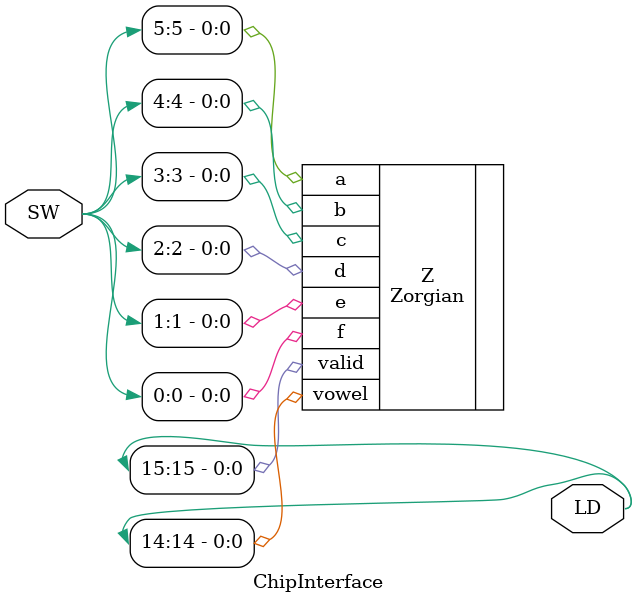
<source format=sv>
module ChipInterface
    (output logic [15:0] LD,
     input logic [15:0] SW);

    Zorgian Z(.a(SW[5]), .b(SW[4]), .c(SW[3]),
              .d(SW[2]), .e(SW[1]), .f(SW[0]),
              .valid(LD[15]), .vowel(LD[14]));

endmodule: ChipInterface

</source>
